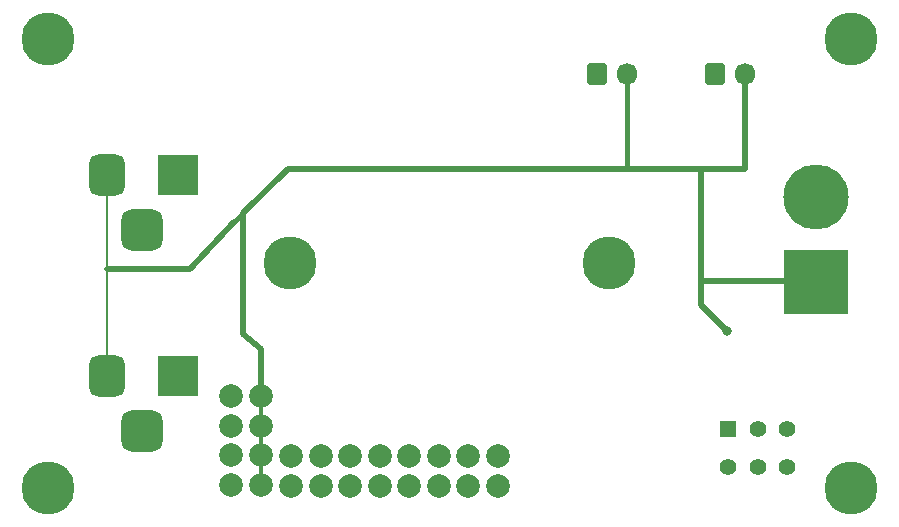
<source format=gbr>
%TF.GenerationSoftware,KiCad,Pcbnew,(6.0.0)*%
%TF.CreationDate,2022-03-05T02:50:21+09:00*%
%TF.ProjectId,latton rt,6c617474-6f6e-4207-9274-2e6b69636164,rev?*%
%TF.SameCoordinates,Original*%
%TF.FileFunction,Copper,L2,Bot*%
%TF.FilePolarity,Positive*%
%FSLAX46Y46*%
G04 Gerber Fmt 4.6, Leading zero omitted, Abs format (unit mm)*
G04 Created by KiCad (PCBNEW (6.0.0)) date 2022-03-05 02:50:21*
%MOMM*%
%LPD*%
G01*
G04 APERTURE LIST*
G04 Aperture macros list*
%AMRoundRect*
0 Rectangle with rounded corners*
0 $1 Rounding radius*
0 $2 $3 $4 $5 $6 $7 $8 $9 X,Y pos of 4 corners*
0 Add a 4 corners polygon primitive as box body*
4,1,4,$2,$3,$4,$5,$6,$7,$8,$9,$2,$3,0*
0 Add four circle primitives for the rounded corners*
1,1,$1+$1,$2,$3*
1,1,$1+$1,$4,$5*
1,1,$1+$1,$6,$7*
1,1,$1+$1,$8,$9*
0 Add four rect primitives between the rounded corners*
20,1,$1+$1,$2,$3,$4,$5,0*
20,1,$1+$1,$4,$5,$6,$7,0*
20,1,$1+$1,$6,$7,$8,$9,0*
20,1,$1+$1,$8,$9,$2,$3,0*%
G04 Aperture macros list end*
%TA.AperFunction,NonConductor*%
%ADD10C,0.500000*%
%TD*%
%TA.AperFunction,NonConductor*%
%ADD11C,0.300000*%
%TD*%
%TA.AperFunction,NonConductor*%
%ADD12C,0.200000*%
%TD*%
%TA.AperFunction,NonConductor*%
%ADD13C,0.400000*%
%TD*%
%TA.AperFunction,ComponentPad*%
%ADD14R,3.500000X3.500000*%
%TD*%
%TA.AperFunction,ComponentPad*%
%ADD15RoundRect,0.750000X-0.750000X-1.000000X0.750000X-1.000000X0.750000X1.000000X-0.750000X1.000000X0*%
%TD*%
%TA.AperFunction,ComponentPad*%
%ADD16RoundRect,0.875000X-0.875000X-0.875000X0.875000X-0.875000X0.875000X0.875000X-0.875000X0.875000X0*%
%TD*%
%TA.AperFunction,ComponentPad*%
%ADD17C,2.000000*%
%TD*%
%TA.AperFunction,ComponentPad*%
%ADD18C,4.500000*%
%TD*%
%TA.AperFunction,ComponentPad*%
%ADD19R,1.400000X1.400000*%
%TD*%
%TA.AperFunction,ComponentPad*%
%ADD20C,1.400000*%
%TD*%
%TA.AperFunction,ComponentPad*%
%ADD21RoundRect,0.250000X-0.600000X-0.675000X0.600000X-0.675000X0.600000X0.675000X-0.600000X0.675000X0*%
%TD*%
%TA.AperFunction,ComponentPad*%
%ADD22O,1.700000X1.850000*%
%TD*%
%TA.AperFunction,ComponentPad*%
%ADD23R,5.516000X5.516000*%
%TD*%
%TA.AperFunction,ComponentPad*%
%ADD24C,5.516000*%
%TD*%
%TA.AperFunction,ViaPad*%
%ADD25C,0.800000*%
%TD*%
%TA.AperFunction,Conductor*%
%ADD26C,0.300000*%
%TD*%
%TA.AperFunction,Conductor*%
%ADD27C,0.500000*%
%TD*%
G04 APERTURE END LIST*
D10*
X132500000Y-94750000D02*
X136300000Y-91000000D01*
X175000000Y-83000000D02*
X175000000Y-87000000D01*
D11*
X134000000Y-115250000D02*
X134000000Y-112750000D01*
D12*
X121000000Y-99500000D02*
X121000000Y-109000000D01*
D13*
X165000000Y-83000000D02*
X165000000Y-91000000D01*
D10*
X176000000Y-100500000D02*
X178700000Y-100500000D01*
X132500000Y-105000000D02*
X132500000Y-94750000D01*
X136300000Y-91000000D02*
X149500000Y-91000000D01*
D13*
X131750000Y-95500000D02*
X132500000Y-94750000D01*
D10*
X162500000Y-91000000D02*
X149500000Y-91000000D01*
D12*
X164500000Y-100500000D02*
X162500000Y-98500000D01*
D10*
X128000000Y-99500000D02*
X121000000Y-99500000D01*
X162500000Y-91000000D02*
X175000000Y-91000000D01*
X173500000Y-100500000D02*
X176000000Y-100500000D01*
D11*
X134000000Y-117750000D02*
X134000000Y-115250000D01*
D10*
X175000000Y-87000000D02*
X175000000Y-91000000D01*
X134000000Y-106250000D02*
X132500000Y-105000000D01*
X171250000Y-100500000D02*
X173500000Y-100500000D01*
X171250000Y-100500000D02*
X171250000Y-91000000D01*
X171250000Y-101250000D02*
X171250000Y-100500000D01*
D12*
X121000000Y-99500000D02*
X121000000Y-92000000D01*
D10*
X134000000Y-110250000D02*
X134000000Y-106250000D01*
X131750000Y-95500000D02*
X128000000Y-99500000D01*
D11*
X134000000Y-112750000D02*
X134000000Y-110250000D01*
D14*
%TO.P,J1,1*%
%TO.N,Net-(J1-Pad1)*%
X127000000Y-91500000D03*
D15*
%TO.P,J1,2*%
%TO.N,Net-(J1-Pad2)*%
X121000000Y-91500000D03*
D16*
%TO.P,J1,3*%
%TO.N,N/C*%
X124000000Y-96200000D03*
%TD*%
D17*
%TO.P,,1*%
%TO.N,N/C*%
X141600000Y-117800000D03*
%TD*%
D18*
%TO.P,,1*%
%TO.N,N/C*%
X116000000Y-80000000D03*
%TD*%
D19*
%TO.P,SW1,1,A*%
%TO.N,Net-(J1-Pad1)*%
X173592500Y-112975000D03*
D20*
%TO.P,SW1,2,B*%
%TO.N,Net-(J5-Pad2)*%
X176092500Y-112975000D03*
%TO.P,SW1,3,C*%
%TO.N,Net-(J1-Pad1)*%
X178592500Y-112975000D03*
%TO.P,SW1,4*%
%TO.N,N/C*%
X173592500Y-116275000D03*
%TO.P,SW1,5*%
X176092500Y-116275000D03*
%TO.P,SW1,6*%
X178592500Y-116275000D03*
%TD*%
D18*
%TO.P,,1*%
%TO.N,N/C*%
X116000000Y-118000000D03*
%TD*%
D17*
%TO.P,,1*%
%TO.N,N/C*%
X144100000Y-115300000D03*
%TD*%
%TO.P,,1*%
%TO.N,N/C*%
X139100000Y-117800000D03*
%TD*%
%TO.P,,1*%
%TO.N,N/C*%
X131500000Y-110250000D03*
%TD*%
%TO.P,,1*%
%TO.N,N/C*%
X146600000Y-115300000D03*
%TD*%
%TO.P,,1*%
%TO.N,N/C*%
X144100000Y-117800000D03*
%TD*%
D21*
%TO.P,J3,1,1*%
%TO.N,Net-(J1-Pad2)*%
X162500000Y-83000000D03*
D22*
%TO.P,J3,2,2*%
%TO.N,Net-(J1-Pad1)*%
X165000000Y-83000000D03*
%TD*%
D17*
%TO.P,,1*%
%TO.N,N/C*%
X134000000Y-112750000D03*
%TD*%
%TO.P,,1*%
%TO.N,N/C*%
X134000000Y-110250000D03*
%TD*%
%TO.P,,1*%
%TO.N,N/C*%
X141600000Y-115300000D03*
%TD*%
D18*
%TO.P,,1*%
%TO.N,N/C*%
X184000000Y-80000000D03*
%TD*%
D17*
%TO.P,,1*%
%TO.N,N/C*%
X154100000Y-115300000D03*
%TD*%
%TO.P,,1*%
%TO.N,N/C*%
X131500000Y-112750000D03*
%TD*%
%TO.P,,1*%
%TO.N,N/C*%
X149100000Y-117800000D03*
%TD*%
%TO.P,,1*%
%TO.N,N/C*%
X139100000Y-115300000D03*
%TD*%
D18*
%TO.P,,1*%
%TO.N,N/C*%
X184000000Y-118000000D03*
%TD*%
D17*
%TO.P,,1*%
%TO.N,N/C*%
X151600000Y-115300000D03*
%TD*%
%TO.P,,1*%
%TO.N,N/C*%
X154100000Y-117800000D03*
%TD*%
%TO.P,,1*%
%TO.N,N/C*%
X134000000Y-117750000D03*
%TD*%
D14*
%TO.P,J2,1*%
%TO.N,Net-(J1-Pad1)*%
X127000000Y-108500000D03*
D15*
%TO.P,J2,2*%
%TO.N,Net-(J1-Pad2)*%
X121000000Y-108500000D03*
D16*
%TO.P,J2,3*%
%TO.N,N/C*%
X124000000Y-113200000D03*
%TD*%
D17*
%TO.P,,1*%
%TO.N,N/C*%
X136600000Y-115300000D03*
%TD*%
%TO.P,,1*%
%TO.N,N/C*%
X151600000Y-117800000D03*
%TD*%
D21*
%TO.P,J4,1,1*%
%TO.N,Net-(J1-Pad2)*%
X172500000Y-83000000D03*
D22*
%TO.P,J4,2,2*%
%TO.N,Net-(J1-Pad1)*%
X175000000Y-83000000D03*
%TD*%
D17*
%TO.P,,1*%
%TO.N,N/C*%
X146600000Y-117800000D03*
%TD*%
%TO.P,,1*%
%TO.N,N/C*%
X136600000Y-117800000D03*
%TD*%
%TO.P,,1*%
%TO.N,N/C*%
X149100000Y-115300000D03*
%TD*%
%TO.P,,1*%
%TO.N,N/C*%
X131500000Y-115250000D03*
%TD*%
D18*
%TO.P,Voltmeter,1*%
%TO.N,N/C*%
X136500000Y-99000000D03*
%TO.P,Voltmeter,3*%
X163500000Y-99000000D03*
%TD*%
D17*
%TO.P,,1*%
%TO.N,N/C*%
X134000000Y-115250000D03*
%TD*%
D23*
%TO.P,J5,1,-*%
%TO.N,Net-(J1-Pad1)*%
X181000000Y-100600000D03*
D24*
%TO.P,J5,2,+*%
%TO.N,Net-(J5-Pad2)*%
X181000000Y-93400000D03*
%TD*%
D17*
%TO.P,,1*%
%TO.N,N/C*%
X131500000Y-117750000D03*
%TD*%
D25*
%TO.N,Net-(D1-Pad2)*%
X173500000Y-104750000D03*
%TD*%
D26*
%TO.N,Net-(J1-Pad1)*%
X174400480Y-82751671D02*
X174576075Y-82576076D01*
D27*
%TO.N,Net-(D1-Pad2)*%
X171250000Y-102500000D02*
X171250000Y-101250000D01*
X173500000Y-104750000D02*
X171250000Y-102500000D01*
%TD*%
M02*

</source>
